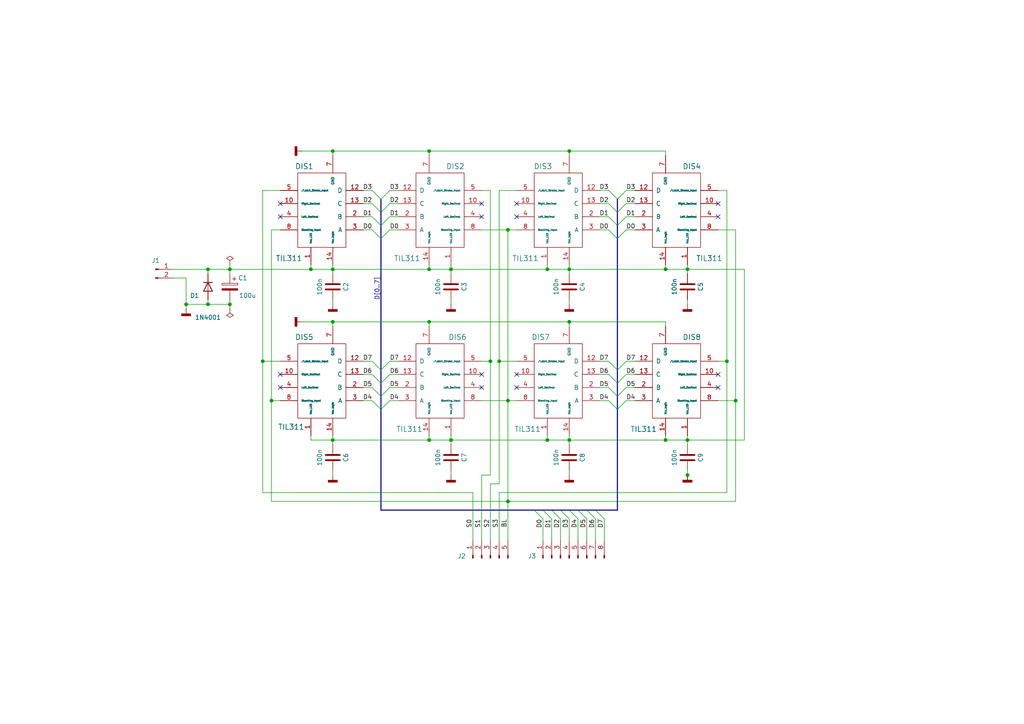
<source format=kicad_sch>
(kicad_sch (version 20211123) (generator eeschema)
  (paper "A4")
  (title_block (title "PMAN/DP - display module") (date "2025-08-28") (rev "1.0") (company "Pozsár Zsolt") (comment 1 "Zacchaeus Microcomputer"))
  (lib_symbols
    (symbol "Connector:Conn_01x02_Male" (pin_names (offset 1.016) hide)
      (property "Reference" "J" (at 0 2.54 0))
      (property "Value" "Conn_01x02_Male" (at 0 -5.08 0))
      (symbol "Conn_01x02_Male_1_1"
        (polyline (pts (xy 1.27 -2.54) (xy 0.8636 -2.54)) (stroke (width 0.1524)))
        (polyline (pts (xy 1.27 0) (xy 0.8636 0)) (stroke (width 0.1524)))
        (rectangle (start 0.8636 -2.413) (end 0 -2.667) (stroke (width 0.1524)) (fill (type outline)))
        (rectangle (start 0.8636 0.127) (end 0 -0.127) (stroke (width 0.1524)) (fill (type outline)))
        (pin passive line (at 5.08 0 180) (length 3.81) (name "Pin_1") (number "1"))
        (pin passive line (at 5.08 -2.54 180) (length 3.81) (name "Pin_2") (number "2"))
      )
    )
    (symbol "Connector:Conn_01x05_Male" (pin_names (offset 1.016) hide)
      (property "Reference" "J" (at 0 7.62 0))
      (property "Value" "Conn_01x05_Male" (at 0 -7.62 0))
      (symbol "Conn_01x05_Male_1_1"
        (polyline (pts (xy 1.27 -5.08) (xy 0.8636 -5.08)) (stroke (width 0.1524)))
        (polyline (pts (xy 1.27 -2.54) (xy 0.8636 -2.54)) (stroke (width 0.1524)))
        (polyline (pts (xy 1.27 0) (xy 0.8636 0)) (stroke (width 0.1524)))
        (polyline (pts (xy 1.27 2.54) (xy 0.8636 2.54)) (stroke (width 0.1524)))
        (polyline (pts (xy 1.27 5.08) (xy 0.8636 5.08)) (stroke (width 0.1524)))
        (rectangle (start 0.8636 -4.953) (end 0 -5.207) (stroke (width 0.1524)) (fill (type outline)))
        (rectangle (start 0.8636 -2.413) (end 0 -2.667) (stroke (width 0.1524)) (fill (type outline)))
        (rectangle (start 0.8636 0.127) (end 0 -0.127) (stroke (width 0.1524)) (fill (type outline)))
        (rectangle (start 0.8636 2.667) (end 0 2.413) (stroke (width 0.1524)) (fill (type outline)))
        (rectangle (start 0.8636 5.207) (end 0 4.953) (stroke (width 0.1524)) (fill (type outline)))
        (pin passive line (at 5.08 5.08 180) (length 3.81) (name "Pin_1") (number "1"))
        (pin passive line (at 5.08 2.54 180) (length 3.81) (name "Pin_2") (number "2"))
        (pin passive line (at 5.08 0 180) (length 3.81) (name "Pin_3") (number "3"))
        (pin passive line (at 5.08 -2.54 180) (length 3.81) (name "Pin_4") (number "4"))
        (pin passive line (at 5.08 -5.08 180) (length 3.81) (name "Pin_5") (number "5"))
      )
    )
    (symbol "Connector:Conn_01x08_Male" (pin_names (offset 1.016) hide)
      (property "Reference" "J" (at 0 10.16 0))
      (property "Value" "Conn_01x08_Male" (at 0 -12.7 0))
      (symbol "Conn_01x08_Male_1_1"
        (polyline (pts (xy 1.27 -10.16) (xy 0.8636 -10.16)) (stroke (width 0.1524)))
        (polyline (pts (xy 1.27 -7.62) (xy 0.8636 -7.62)) (stroke (width 0.1524)))
        (polyline (pts (xy 1.27 -5.08) (xy 0.8636 -5.08)) (stroke (width 0.1524)))
        (polyline (pts (xy 1.27 -2.54) (xy 0.8636 -2.54)) (stroke (width 0.1524)))
        (polyline (pts (xy 1.27 0) (xy 0.8636 0)) (stroke (width 0.1524)))
        (polyline (pts (xy 1.27 2.54) (xy 0.8636 2.54)) (stroke (width 0.1524)))
        (polyline (pts (xy 1.27 5.08) (xy 0.8636 5.08)) (stroke (width 0.1524)))
        (polyline (pts (xy 1.27 7.62) (xy 0.8636 7.62)) (stroke (width 0.1524)))
        (rectangle (start 0.8636 -10.033) (end 0 -10.287) (stroke (width 0.1524)) (fill (type outline)))
        (rectangle (start 0.8636 -7.493) (end 0 -7.747) (stroke (width 0.1524)) (fill (type outline)))
        (rectangle (start 0.8636 -4.953) (end 0 -5.207) (stroke (width 0.1524)) (fill (type outline)))
        (rectangle (start 0.8636 -2.413) (end 0 -2.667) (stroke (width 0.1524)) (fill (type outline)))
        (rectangle (start 0.8636 0.127) (end 0 -0.127) (stroke (width 0.1524)) (fill (type outline)))
        (rectangle (start 0.8636 2.667) (end 0 2.413) (stroke (width 0.1524)) (fill (type outline)))
        (rectangle (start 0.8636 5.207) (end 0 4.953) (stroke (width 0.1524)) (fill (type outline)))
        (rectangle (start 0.8636 7.747) (end 0 7.493) (stroke (width 0.1524)) (fill (type outline)))
        (pin passive line (at 5.08 7.62 180) (length 3.81) (name "Pin_1") (number "1"))
        (pin passive line (at 5.08 5.08 180) (length 3.81) (name "Pin_2") (number "2"))
        (pin passive line (at 5.08 2.54 180) (length 3.81) (name "Pin_3") (number "3"))
        (pin passive line (at 5.08 0 180) (length 3.81) (name "Pin_4") (number "4"))
        (pin passive line (at 5.08 -2.54 180) (length 3.81) (name "Pin_5") (number "5"))
        (pin passive line (at 5.08 -5.08 180) (length 3.81) (name "Pin_6") (number "6"))
        (pin passive line (at 5.08 -7.62 180) (length 3.81) (name "Pin_7") (number "7"))
        (pin passive line (at 5.08 -10.16 180) (length 3.81) (name "Pin_8") (number "8"))
      )
    )
    (symbol "Device:C" (pin_numbers hide) (pin_names (offset 0.254))
      (property "Reference" "C" (at 0.635 2.54 0))
      (property "Value" "C" (at 0.635 -2.54 0))
      (symbol "C_0_1"
        (polyline (pts (xy -2.032 -0.762) (xy 2.032 -0.762)) (stroke (width 0.508)))
        (polyline (pts (xy -2.032 0.762) (xy 2.032 0.762)) (stroke (width 0.508)))
      )
      (symbol "C_1_1"
        (pin passive line (at 0 3.81 270) (length 2.794) (name "~") (number "1"))
        (pin passive line (at 0 -3.81 90) (length 2.794) (name "~") (number "2"))
      )
    )
    (symbol "Device:C_Polarized" (pin_numbers hide) (pin_names (offset 0.254))
      (property "Reference" "C" (at 0.635 2.54 0))
      (property "Value" "C_Polarized" (at 0.635 -2.54 0))
      (symbol "C_Polarized_0_1"
        (rectangle (start -2.286 0.508) (end 2.286 1.016))
        (polyline (pts (xy -1.778 2.286) (xy -0.762 2.286)))
        (polyline (pts (xy -1.27 2.794) (xy -1.27 1.778)))
        (rectangle (start 2.286 -0.508) (end -2.286 -1.016) (fill (type outline)))
      )
      (symbol "C_Polarized_1_1"
        (pin passive line (at 0 3.81 270) (length 2.794) (name "~") (number "1"))
        (pin passive line (at 0 -3.81 90) (length 2.794) (name "~") (number "2"))
      )
    )
    (symbol "Device:D" (pin_numbers hide) (pin_names (offset 1.016) hide)
      (property "Reference" "D" (at 0 2.54 0))
      (property "Value" "D" (at 0 -2.54 0))
      (symbol "D_0_1"
        (polyline (pts (xy -1.27 1.27) (xy -1.27 -1.27)) (stroke (width 0.254)))
        (polyline (pts (xy 1.27 0) (xy -1.27 0)))
        (polyline (pts (xy 1.27 1.27) (xy 1.27 -1.27) (xy -1.27 0) (xy 1.27 1.27)) (stroke (width 0.254)))
      )
      (symbol "D_1_1"
        (pin passive line (at -3.81 0 0) (length 2.54) (name "K") (number "1"))
        (pin passive line (at 3.81 0 180) (length 2.54) (name "A") (number "2"))
      )
    )
    (symbol "led-displays-obsolete:TIL311" (pin_names (offset 1.016))
      (property "Reference" "DIS" (at -16.51 -17.78 0))
      (property "Value" "TIL311" (at 0 0 90))
      (symbol "TIL311_0_1"
        (rectangle (start 7.62 -11.43) (end -6.35 10.16))
      )
      (symbol "TIL311_1_1"
        (pin power_in line (at 3.81 15.24 270) (length 5.08) (name "Vcc_LED") (number "1"))
        (pin input line (at 12.7 -2.54 180) (length 5.08) (name "Right_Decimal") (number "10"))
        (pin input line (at -11.43 -6.35 0) (length 5.08) (name "D") (number "12"))
        (pin input line (at -11.43 -2.54 0) (length 5.08) (name "C") (number "13"))
        (pin power_in line (at -2.54 15.24 270) (length 5.08) (name "Vcc_logic") (number "14"))
        (pin input line (at -11.43 1.27 0) (length 5.08) (name "B") (number "2"))
        (pin input line (at -11.43 5.08 0) (length 5.08) (name "A") (number "3"))
        (pin input line (at 12.7 1.27 180) (length 5.08) (name "Left_Decimal") (number "4"))
        (pin input line (at 12.7 -6.35 180) (length 5.08) (name "/Latch_Strobe_Input") (number "5"))
        (pin power_in line (at -2.54 -16.51 90) (length 5.08) (name "GND") (number "7"))
        (pin input line (at 12.7 5.08 180) (length 5.08) (name "Blanking_Input") (number "8"))
      )
    )
    (symbol "power:GNDD" (power) (pin_names (offset 0))
      (property "Value" "GNDD" (at 0 -3.175 0))
      (symbol "GNDD_0_1"
        (rectangle (start -1.27 -1.524) (end 1.27 -2.032) (stroke (width 0.254)) (fill (type outline)))
        (polyline (pts (xy 0 0) (xy 0 -1.524)))
      )
      (symbol "GNDD_1_1"
        (pin power_in line (at 0 0 270) (length 0) hide (name "GNDD") (number "1"))
      )
    )
    (symbol "power:PWR_FLAG" (power) (pin_numbers hide) (pin_names (offset 0) hide)
      (property "Value" "PWR_FLAG" (at 0 3.81 0))
      (symbol "PWR_FLAG_0_0"
        (pin power_out line (at 0 0 90) (length 0) (name "pwr") (number "1"))
      )
      (symbol "PWR_FLAG_0_1"
        (polyline (pts (xy 0 0) (xy 0 1.27) (xy -1.016 1.905) (xy 0 2.54) (xy 1.016 1.905) (xy 0 1.27)))
      )
    )
  )
  (junction (at 96.52 78.105))
  (junction (at 124.46 78.105))
  (junction (at 144.78 104.775))
  (junction (at 130.81 127.635))
  (junction (at 78.74 116.205))
  (junction (at 158.75 78.105))
  (junction (at 165.1 93.345))
  (junction (at 147.32 145.415))
  (junction (at 96.52 127.635))
  (junction (at 66.675 78.105))
  (junction (at 66.675 88.265))
  (junction (at 158.75 127.635))
  (junction (at 60.325 78.105))
  (junction (at 147.32 66.675))
  (junction (at 199.39 137.795))
  (junction (at 193.04 78.105))
  (junction (at 76.2 104.775))
  (junction (at 193.04 127.635))
  (junction (at 124.46 93.345))
  (junction (at 96.52 93.345))
  (junction (at 199.39 78.105))
  (junction (at 124.46 127.635))
  (junction (at 90.17 78.105))
  (junction (at 199.39 127.635))
  (junction (at 210.82 104.775))
  (junction (at 165.1 127.635))
  (junction (at 165.1 43.815))
  (junction (at 165.1 78.105))
  (junction (at 60.325 88.265))
  (junction (at 130.81 78.105))
  (junction (at 213.36 116.205))
  (junction (at 147.32 116.205))
  (junction (at 53.975 88.265))
  (junction (at 124.46 43.815))
  (junction (at 142.24 104.775))
  (junction (at 96.52 43.815))
  (no_connect (at 208.28 112.395))
  (no_connect (at 208.28 59.055))
  (no_connect (at 139.7 108.585))
  (no_connect (at 149.86 62.865))
  (no_connect (at 208.28 62.865))
  (no_connect (at 208.28 108.585))
  (no_connect (at 81.28 108.585))
  (no_connect (at 139.7 59.055))
  (no_connect (at 81.28 62.865))
  (no_connect (at 81.28 59.055))
  (no_connect (at 139.7 112.395))
  (no_connect (at 149.86 108.585))
  (no_connect (at 81.28 112.395))
  (no_connect (at 149.86 112.395))
  (no_connect (at 149.86 59.055))
  (no_connect (at 139.7 62.865))
  (bus_entry (at 165.1 150.495) (size -2.54 -2.54))
  (bus_entry (at 113.03 59.055) (size -2.54 2.54))
  (bus_entry (at 181.61 112.395) (size -2.54 2.54))
  (bus_entry (at 181.61 59.055) (size -2.54 2.54))
  (bus_entry (at 167.64 150.495) (size -2.54 -2.54))
  (bus_entry (at 113.03 66.675) (size -2.54 2.54))
  (bus_entry (at 181.61 66.675) (size -2.54 2.54))
  (bus_entry (at 113.03 112.395) (size -2.54 2.54))
  (bus_entry (at 110.49 114.935) (size -2.54 -2.54))
  (bus_entry (at 113.03 55.245) (size -2.54 2.54))
  (bus_entry (at 181.61 116.205) (size -2.54 2.54))
  (bus_entry (at 179.07 69.215) (size -2.54 -2.54))
  (bus_entry (at 110.49 65.405) (size -2.54 -2.54))
  (bus_entry (at 179.07 114.935) (size -2.54 -2.54))
  (bus_entry (at 162.56 150.495) (size -2.54 -2.54))
  (bus_entry (at 179.07 57.785) (size -2.54 -2.54))
  (bus_entry (at 179.07 118.745) (size -2.54 -2.54))
  (bus_entry (at 110.49 107.315) (size -2.54 -2.54))
  (bus_entry (at 110.49 118.745) (size -2.54 -2.54))
  (bus_entry (at 179.07 107.315) (size -2.54 -2.54))
  (bus_entry (at 157.48 150.495) (size -2.54 -2.54))
  (bus_entry (at 110.49 61.595) (size -2.54 -2.54))
  (bus_entry (at 172.72 150.495) (size -2.54 -2.54))
  (bus_entry (at 110.49 57.785) (size -2.54 -2.54))
  (bus_entry (at 160.02 150.495) (size -2.54 -2.54))
  (bus_entry (at 113.03 62.865) (size -2.54 2.54))
  (bus_entry (at 179.07 65.405) (size -2.54 -2.54))
  (bus_entry (at 113.03 116.205) (size -2.54 2.54))
  (bus_entry (at 175.26 150.495) (size -2.54 -2.54))
  (bus_entry (at 181.61 55.245) (size -2.54 2.54))
  (bus_entry (at 113.03 104.775) (size -2.54 2.54))
  (bus_entry (at 110.49 69.215) (size -2.54 -2.54))
  (bus_entry (at 181.61 62.865) (size -2.54 2.54))
  (bus_entry (at 179.07 111.125) (size -2.54 -2.54))
  (bus_entry (at 181.61 104.775) (size -2.54 2.54))
  (bus_entry (at 113.03 108.585) (size -2.54 2.54))
  (bus_entry (at 179.07 61.595) (size -2.54 -2.54))
  (bus_entry (at 170.18 150.495) (size -2.54 -2.54))
  (bus_entry (at 181.61 108.585) (size -2.54 2.54))
  (bus_entry (at 110.49 111.125) (size -2.54 -2.54))
  (wire (pts (xy 176.53 112.395) (xy 173.99 112.395)))
  (wire (pts (xy 193.04 78.105) (xy 199.39 78.105)))
  (wire (pts (xy 90.17 78.105) (xy 66.675 78.105)))
  (wire (pts (xy 165.1 137.795) (xy 165.1 136.525)))
  (wire (pts (xy 142.24 156.845) (xy 142.24 140.335)))
  (wire (pts (xy 124.46 93.345) (xy 96.52 93.345)))
  (wire (pts (xy 78.74 116.205) (xy 78.74 145.415)))
  (wire (pts (xy 199.39 78.105) (xy 199.39 76.835)))
  (wire (pts (xy 184.15 59.055) (xy 181.61 59.055)))
  (bus (pts (xy 160.02 147.955) (xy 162.56 147.955)))
  (wire (pts (xy 60.325 78.105) (xy 60.325 79.375)))
  (wire (pts (xy 144.78 104.775) (xy 144.78 55.245)))
  (wire (pts (xy 96.52 78.105) (xy 96.52 76.835)))
  (wire (pts (xy 176.53 55.245) (xy 173.99 55.245)))
  (wire (pts (xy 53.975 80.645) (xy 50.165 80.645)))
  (wire (pts (xy 124.46 78.105) (xy 124.46 76.835)))
  (wire (pts (xy 96.52 128.905) (xy 96.52 127.635)))
  (bus (pts (xy 154.94 147.955) (xy 157.48 147.955)))
  (bus (pts (xy 170.18 147.955) (xy 172.72 147.955)))
  (wire (pts (xy 147.32 156.845) (xy 147.32 145.415)))
  (wire (pts (xy 107.95 104.775) (xy 105.41 104.775)))
  (bus (pts (xy 110.49 147.955) (xy 154.94 147.955)))
  (wire (pts (xy 184.15 62.865) (xy 181.61 62.865)))
  (wire (pts (xy 184.15 66.675) (xy 181.61 66.675)))
  (wire (pts (xy 130.81 137.795) (xy 130.81 136.525)))
  (wire (pts (xy 147.32 116.205) (xy 139.7 116.205)))
  (wire (pts (xy 115.57 62.865) (xy 113.03 62.865)))
  (wire (pts (xy 130.81 127.635) (xy 158.75 127.635)))
  (wire (pts (xy 130.81 88.265) (xy 130.81 86.995)))
  (wire (pts (xy 96.52 127.635) (xy 96.52 126.365)))
  (wire (pts (xy 210.82 104.775) (xy 210.82 142.875)))
  (bus (pts (xy 165.1 147.955) (xy 167.64 147.955)))
  (wire (pts (xy 210.82 142.875) (xy 144.78 142.875)))
  (bus (pts (xy 110.49 65.405) (xy 110.49 61.595)))
  (wire (pts (xy 78.74 145.415) (xy 147.32 145.415)))
  (wire (pts (xy 115.57 116.205) (xy 113.03 116.205)))
  (wire (pts (xy 165.1 78.105) (xy 165.1 76.835)))
  (wire (pts (xy 130.81 127.635) (xy 130.81 126.365)))
  (wire (pts (xy 107.95 112.395) (xy 105.41 112.395)))
  (wire (pts (xy 130.81 128.905) (xy 130.81 127.635)))
  (wire (pts (xy 142.24 137.795) (xy 139.7 137.795)))
  (wire (pts (xy 213.36 116.205) (xy 213.36 66.675)))
  (bus (pts (xy 172.72 147.955) (xy 179.07 147.955)))
  (wire (pts (xy 193.04 45.085) (xy 193.04 43.815)))
  (wire (pts (xy 165.1 79.375) (xy 165.1 78.105)))
  (bus (pts (xy 179.07 118.745) (xy 179.07 114.935)))
  (wire (pts (xy 66.675 78.105) (xy 66.675 79.375)))
  (wire (pts (xy 213.36 145.415) (xy 213.36 116.205)))
  (wire (pts (xy 144.78 142.875) (xy 144.78 156.845)))
  (wire (pts (xy 115.57 59.055) (xy 113.03 59.055)))
  (wire (pts (xy 176.53 62.865) (xy 173.99 62.865)))
  (wire (pts (xy 184.15 116.205) (xy 181.61 116.205)))
  (wire (pts (xy 167.64 156.845) (xy 167.64 150.495)))
  (wire (pts (xy 96.52 137.795) (xy 96.52 136.525)))
  (wire (pts (xy 142.24 55.245) (xy 142.24 104.775)))
  (bus (pts (xy 110.49 118.745) (xy 110.49 114.935)))
  (wire (pts (xy 124.46 127.635) (xy 130.81 127.635)))
  (wire (pts (xy 175.26 156.845) (xy 175.26 150.495)))
  (wire (pts (xy 147.32 66.675) (xy 139.7 66.675)))
  (bus (pts (xy 179.07 114.935) (xy 179.07 111.125)))
  (bus (pts (xy 110.49 61.595) (xy 110.49 57.785)))
  (wire (pts (xy 53.975 88.265) (xy 53.975 89.535)))
  (wire (pts (xy 107.95 116.205) (xy 105.41 116.205)))
  (wire (pts (xy 170.18 156.845) (xy 170.18 150.495)))
  (wire (pts (xy 215.9 127.635) (xy 199.39 127.635)))
  (wire (pts (xy 50.165 78.105) (xy 60.325 78.105)))
  (bus (pts (xy 179.07 107.315) (xy 179.07 69.215)))
  (wire (pts (xy 107.95 59.055) (xy 105.41 59.055)))
  (wire (pts (xy 115.57 104.775) (xy 113.03 104.775)))
  (wire (pts (xy 172.72 156.845) (xy 172.72 150.495)))
  (wire (pts (xy 66.675 76.835) (xy 66.675 78.105)))
  (wire (pts (xy 81.28 66.675) (xy 78.74 66.675)))
  (wire (pts (xy 144.78 55.245) (xy 149.86 55.245)))
  (bus (pts (xy 157.48 147.955) (xy 160.02 147.955)))
  (wire (pts (xy 107.95 108.585) (xy 105.41 108.585)))
  (wire (pts (xy 90.17 78.105) (xy 96.52 78.105)))
  (wire (pts (xy 165.1 43.815) (xy 124.46 43.815)))
  (wire (pts (xy 96.52 78.105) (xy 124.46 78.105)))
  (wire (pts (xy 165.1 94.615) (xy 165.1 93.345)))
  (wire (pts (xy 199.39 78.105) (xy 215.9 78.105)))
  (wire (pts (xy 124.46 45.085) (xy 124.46 43.815)))
  (wire (pts (xy 199.39 79.375) (xy 199.39 78.105)))
  (wire (pts (xy 193.04 126.365) (xy 193.04 127.635)))
  (wire (pts (xy 158.75 127.635) (xy 158.75 126.365)))
  (wire (pts (xy 176.53 66.675) (xy 173.99 66.675)))
  (wire (pts (xy 90.17 76.835) (xy 90.17 78.105)))
  (wire (pts (xy 210.82 104.775) (xy 208.28 104.775)))
  (wire (pts (xy 160.02 156.845) (xy 160.02 150.495)))
  (wire (pts (xy 184.15 55.245) (xy 181.61 55.245)))
  (wire (pts (xy 76.2 142.875) (xy 76.2 104.775)))
  (wire (pts (xy 81.28 104.775) (xy 76.2 104.775)))
  (bus (pts (xy 110.49 114.935) (xy 110.49 111.125)))
  (wire (pts (xy 66.675 88.265) (xy 60.325 88.265)))
  (wire (pts (xy 60.325 88.265) (xy 53.975 88.265)))
  (wire (pts (xy 115.57 66.675) (xy 113.03 66.675)))
  (wire (pts (xy 142.24 104.775) (xy 139.7 104.775)))
  (wire (pts (xy 76.2 104.775) (xy 76.2 55.245)))
  (wire (pts (xy 139.7 137.795) (xy 139.7 156.845)))
  (bus (pts (xy 179.07 65.405) (xy 179.07 61.595)))
  (wire (pts (xy 149.86 66.675) (xy 147.32 66.675)))
  (wire (pts (xy 215.9 78.105) (xy 215.9 127.635)))
  (wire (pts (xy 124.46 43.815) (xy 96.52 43.815)))
  (wire (pts (xy 124.46 127.635) (xy 124.46 126.365)))
  (wire (pts (xy 107.95 62.865) (xy 105.41 62.865)))
  (wire (pts (xy 184.15 104.775) (xy 181.61 104.775)))
  (wire (pts (xy 96.52 93.345) (xy 96.52 94.615)))
  (wire (pts (xy 87.63 93.345) (xy 96.52 93.345)))
  (wire (pts (xy 96.52 127.635) (xy 124.46 127.635)))
  (wire (pts (xy 158.75 78.105) (xy 158.75 76.835)))
  (wire (pts (xy 124.46 94.615) (xy 124.46 93.345)))
  (wire (pts (xy 199.39 88.265) (xy 199.39 86.995)))
  (wire (pts (xy 147.32 116.205) (xy 147.32 145.415)))
  (wire (pts (xy 213.36 116.205) (xy 208.28 116.205)))
  (wire (pts (xy 184.15 108.585) (xy 181.61 108.585)))
  (wire (pts (xy 90.17 127.635) (xy 96.52 127.635)))
  (wire (pts (xy 165.1 45.085) (xy 165.1 43.815)))
  (wire (pts (xy 107.95 55.245) (xy 105.41 55.245)))
  (wire (pts (xy 87.63 43.815) (xy 96.52 43.815)))
  (bus (pts (xy 179.07 61.595) (xy 179.07 57.785)))
  (wire (pts (xy 124.46 78.105) (xy 130.81 78.105)))
  (wire (pts (xy 176.53 59.055) (xy 173.99 59.055)))
  (wire (pts (xy 139.7 55.245) (xy 142.24 55.245)))
  (wire (pts (xy 158.75 127.635) (xy 165.1 127.635)))
  (wire (pts (xy 96.52 79.375) (xy 96.52 78.105)))
  (wire (pts (xy 60.325 78.105) (xy 66.675 78.105)))
  (wire (pts (xy 199.39 127.635) (xy 199.39 126.365)))
  (wire (pts (xy 199.39 128.905) (xy 199.39 127.635)))
  (wire (pts (xy 147.32 116.205) (xy 147.32 66.675)))
  (wire (pts (xy 165.1 88.265) (xy 165.1 86.995)))
  (wire (pts (xy 176.53 116.205) (xy 173.99 116.205)))
  (wire (pts (xy 96.52 43.815) (xy 96.52 45.085)))
  (wire (pts (xy 193.04 94.615) (xy 193.04 93.345)))
  (wire (pts (xy 149.86 116.205) (xy 147.32 116.205)))
  (wire (pts (xy 208.28 55.245) (xy 210.82 55.245)))
  (wire (pts (xy 90.17 126.365) (xy 90.17 127.635)))
  (wire (pts (xy 199.39 127.635) (xy 193.04 127.635)))
  (bus (pts (xy 110.49 111.125) (xy 110.49 107.315)))
  (wire (pts (xy 193.04 78.105) (xy 193.04 76.835)))
  (wire (pts (xy 142.24 104.775) (xy 142.24 137.795)))
  (wire (pts (xy 162.56 150.495) (xy 162.56 156.845)))
  (wire (pts (xy 165.1 93.345) (xy 124.46 93.345)))
  (wire (pts (xy 176.53 108.585) (xy 173.99 108.585)))
  (wire (pts (xy 130.81 79.375) (xy 130.81 78.105)))
  (wire (pts (xy 53.975 88.265) (xy 53.975 80.645)))
  (wire (pts (xy 137.16 156.845) (xy 137.16 142.875)))
  (wire (pts (xy 115.57 112.395) (xy 113.03 112.395)))
  (wire (pts (xy 96.52 88.265) (xy 96.52 86.995)))
  (bus (pts (xy 179.07 69.215) (xy 179.07 65.405)))
  (wire (pts (xy 115.57 55.245) (xy 113.03 55.245)))
  (wire (pts (xy 76.2 55.245) (xy 81.28 55.245)))
  (wire (pts (xy 158.75 78.105) (xy 165.1 78.105)))
  (wire (pts (xy 213.36 66.675) (xy 208.28 66.675)))
  (wire (pts (xy 165.1 126.365) (xy 165.1 127.635)))
  (bus (pts (xy 179.07 111.125) (xy 179.07 107.315)))
  (wire (pts (xy 144.78 140.335) (xy 144.78 104.775)))
  (bus (pts (xy 110.49 107.315) (xy 110.49 69.215)))
  (wire (pts (xy 115.57 108.585) (xy 113.03 108.585)))
  (wire (pts (xy 193.04 93.345) (xy 165.1 93.345)))
  (wire (pts (xy 130.81 78.105) (xy 130.81 76.835)))
  (wire (pts (xy 176.53 104.775) (xy 173.99 104.775)))
  (wire (pts (xy 66.675 88.265) (xy 66.675 89.535)))
  (wire (pts (xy 193.04 43.815) (xy 165.1 43.815)))
  (wire (pts (xy 193.04 127.635) (xy 165.1 127.635)))
  (bus (pts (xy 167.64 147.955) (xy 170.18 147.955)))
  (wire (pts (xy 165.1 128.905) (xy 165.1 127.635)))
  (wire (pts (xy 199.39 137.795) (xy 199.39 136.525)))
  (wire (pts (xy 78.74 116.205) (xy 78.74 66.675)))
  (bus (pts (xy 162.56 147.955) (xy 165.1 147.955)))
  (wire (pts (xy 60.325 86.995) (xy 60.325 88.265)))
  (wire (pts (xy 157.48 150.495) (xy 157.48 156.845)))
  (wire (pts (xy 66.675 86.995) (xy 66.675 88.265)))
  (wire (pts (xy 184.15 112.395) (xy 181.61 112.395)))
  (wire (pts (xy 107.95 66.675) (xy 105.41 66.675)))
  (wire (pts (xy 149.86 104.775) (xy 144.78 104.775)))
  (wire (pts (xy 81.28 116.205) (xy 78.74 116.205)))
  (wire (pts (xy 130.81 78.105) (xy 158.75 78.105)))
  (wire (pts (xy 137.16 142.875) (xy 76.2 142.875)))
  (bus (pts (xy 110.49 147.955) (xy 110.49 118.745)))
  (wire (pts (xy 213.36 145.415) (xy 147.32 145.415)))
  (bus (pts (xy 110.49 69.215) (xy 110.49 65.405)))
  (wire (pts (xy 210.82 55.245) (xy 210.82 104.775)))
  (wire (pts (xy 165.1 78.105) (xy 193.04 78.105)))
  (wire (pts (xy 142.24 140.335) (xy 144.78 140.335)))
  (wire (pts (xy 165.1 156.845) (xy 165.1 150.495)))
  (bus (pts (xy 179.07 147.955) (xy 179.07 118.745)))
  (label "D7" (at 107.95 104.775 180))
  (label "D7" (at 175.26 150.495 270))
  (label "D5" (at 181.61 112.395 0))
  (label "S1" (at 139.7 150.495 270))
  (label "D1" (at 107.95 62.865 180))
  (label "D2" (at 176.53 59.055 180))
  (label "S2" (at 142.24 150.495 270))
  (label "D0" (at 176.53 66.675 180))
  (label "D4" (at 181.61 116.205 0))
  (label "D5" (at 176.53 112.395 180))
  (label "D1" (at 176.53 62.865 180))
  (label "D3" (at 181.61 55.245 0))
  (label "D6" (at 172.72 150.495 270))
  (label "D6" (at 107.95 108.585 180))
  (label "S3" (at 144.78 150.495 270))
  (label "D0" (at 157.48 150.495 270))
  (label "D2" (at 181.61 59.055 0))
  (label "D3" (at 165.1 150.495 270))
  (label "D5" (at 113.03 112.395 0))
  (label "D6" (at 176.53 108.585 180))
  (label "D3" (at 176.53 55.245 180))
  (label "D1" (at 181.61 62.865 0))
  (label "D7" (at 176.53 104.775 180))
  (label "D4" (at 167.64 150.495 270))
  (label "D2" (at 162.56 150.495 270))
  (label "D0" (at 181.61 66.675 0))
  (label "D3" (at 113.03 55.245 0))
  (label "D2" (at 107.95 59.055 180))
  (label "D7" (at 113.03 104.775 0))
  (label "D3" (at 107.95 55.245 180))
  (label "D1" (at 160.02 150.495 270))
  (label "D1" (at 113.03 62.865 0))
  (label "D6" (at 181.61 108.585 0))
  (label "D7" (at 181.61 104.775 0))
  (label "D4" (at 176.53 116.205 180))
  (label "S0" (at 137.16 150.495 270))
  (label "D4" (at 107.95 116.205 180))
  (label "D0" (at 113.03 66.675 0))
  (label "D2" (at 113.03 59.055 0))
  (label "D6" (at 113.03 108.585 0))
  (label "D0" (at 107.95 66.675 180))
  (label "D5" (at 170.18 150.495 270))
  (label "D[0..7]" (at 110.49 86.995 90))
  (label "D4" (at 113.03 116.205 0))
  (label "D5" (at 107.95 112.395 180))
  (label "BL" (at 147.32 150.495 270))
  (symbol (lib_id "Device:C") (at 165.1 83.185 0) (mirror x) (unit 1)
    (property "Reference" "C4" (at 168.91 83.185 90))
    (property "Value" "100n" (at 161.29 83.185 90))
    (property "Footprint" "Capacitor_THT:C_Disc_D5.0mm_W2.5mm_P5.00mm" (effects hide))
  )
  (symbol (lib_id "power:GNDD") (at 87.63 43.815 270) (mirror x) (unit 1)
    (property "Reference" "#PWR01" (effects hide))
    (property "Value" "GNDD" (effects hide))
  )
  (symbol (lib_id "power:GNDD") (at 53.975 89.535 0) (mirror y) (unit 1)
    (property "Reference" "#PWR06" (effects hide))
    (property "Value" "GNDD" (effects hide))
  )
  (symbol (lib_id "power:GNDD") (at 96.52 137.795 0) (mirror y) (unit 1)
    (property "Reference" "#PWR08" (effects hide))
    (property "Value" "GNDD" (effects hide))
  )
  (symbol (lib_id "Connector:Conn_01x05_Male") (at 142.24 161.925 90) (unit 1)
    (property "Reference" "J2" (at 132.715 161.29 90) (effects (justify right)))
    (property "Value" "Conn_01x05_Male" (effects hide))
    (property "Footprint" "Connector_PinHeader_2.54mm:PinHeader_1x05_P2.54mm_Vertical" (effects hide))
  )
  (symbol (lib_id "power:PWR_FLAG") (at 66.675 89.535 0) (mirror x) (unit 1) (in_bom no) (on_board no)
    (property "Reference" "#FLG02" (effects hide))
    (property "Value" "PWR_FLAG" (effects hide))
  )
  (symbol (lib_id "led-displays-obsolete:TIL311") (at 93.98 61.595 180) (unit 1)
    (property "Reference" "DIS1" (at 88.265 48.26 0) (effects (font (size 1.524 1.524))))
    (property "Value" "TIL311" (at 83.82 74.93 0) (effects (font (size 1.524 1.524))))
    (property "Footprint" "Package_DIP:DIP-14_W7.62mm_Socket_LongPads" (effects hide))
  )
  (symbol (lib_id "Connector:Conn_01x08_Male") (at 165.1 161.925 90) (unit 1)
    (property "Reference" "J3" (at 154.305 161.29 90))
    (property "Value" "Conn_01x08_Male" (effects hide))
    (property "Footprint" "Connector_PinHeader_2.54mm:PinHeader_1x08_P2.54mm_Vertical" (effects hide))
  )
  (symbol (lib_id "power:GNDD") (at 199.39 137.795 0) (mirror y) (unit 1)
    (property "Reference" "#PWR011" (effects hide))
    (property "Value" "GNDD" (effects hide))
  )
  (symbol (lib_id "power:GNDD") (at 199.39 137.795 0) (mirror y) (unit 1)
    (property "Reference" "#PWR012" (effects hide))
    (property "Value" "GNDD" (effects hide))
  )
  (symbol (lib_id "power:GNDD") (at 199.39 88.265 0) (mirror y) (unit 1)
    (property "Reference" "#PWR05" (effects hide))
    (property "Value" "GNDD" (effects hide))
  )
  (symbol (lib_id "Device:C") (at 165.1 132.715 0) (mirror x) (unit 1)
    (property "Reference" "C8" (at 168.91 132.715 90))
    (property "Value" "100n" (at 161.29 132.715 90))
    (property "Footprint" "Capacitor_THT:C_Disc_D5.0mm_W2.5mm_P5.00mm" (effects hide))
  )
  (symbol (lib_id "led-displays-obsolete:TIL311") (at 127 111.125 0) (mirror x) (unit 1)
    (property "Reference" "DIS6" (at 132.715 97.79 0) (effects (font (size 1.524 1.524))))
    (property "Value" "TIL311" (at 118.745 124.46 0) (effects (font (size 1.524 1.524))))
    (property "Footprint" "Package_DIP:DIP-14_W7.62mm_Socket_LongPads" (effects hide))
  )
  (symbol (lib_id "Connector:Conn_01x02_Male") (at 45.085 78.105 0) (unit 1)
    (property "Reference" "J1" (at 46.355 75.565 0) (effects (justify right)))
    (property "Value" "Conn_01x02_Male" (effects hide))
    (property "Footprint" "Connector_PinHeader_2.54mm:PinHeader_1x02_P2.54mm_Vertical" (effects hide))
  )
  (symbol (lib_id "led-displays-obsolete:TIL311") (at 162.56 111.125 180) (unit 1)
    (property "Reference" "DIS7" (at 156.845 97.79 0) (effects (font (size 1.524 1.524))))
    (property "Value" "TIL311" (at 153.035 124.46 0) (effects (font (size 1.524 1.524))))
    (property "Footprint" "Package_DIP:DIP-14_W7.62mm_Socket_LongPads" (effects hide))
  )
  (symbol (lib_id "power:GNDD") (at 87.63 93.345 270) (mirror x) (unit 1)
    (property "Reference" "#PWR07" (effects hide))
    (property "Value" "GNDD" (effects hide))
  )
  (symbol (lib_id "Device:C_Polarized") (at 66.675 83.185 0) (mirror y) (unit 1)
    (property "Reference" "C1" (at 71.755 80.645 0) (effects (justify left)))
    (property "Value" "100u" (at 74.295 85.725 0) (effects (justify left)))
    (property "Footprint" "Capacitor_THT:CP_Radial_D8.0mm_P3.80mm" (effects hide))
  )
  (symbol (lib_id "Device:C") (at 130.81 132.715 0) (mirror x) (unit 1)
    (property "Reference" "C7" (at 134.62 132.715 90))
    (property "Value" "100n" (at 127 132.715 90))
    (property "Footprint" "Capacitor_THT:C_Disc_D5.0mm_W2.5mm_P5.00mm" (effects hide))
  )
  (symbol (lib_id "Device:C") (at 96.52 132.715 0) (mirror x) (unit 1)
    (property "Reference" "C6" (at 100.33 132.715 90))
    (property "Value" "100n" (at 92.71 132.715 90))
    (property "Footprint" "Capacitor_THT:C_Disc_D5.0mm_W2.5mm_P5.00mm" (effects hide))
  )
  (symbol (lib_id "led-displays-obsolete:TIL311") (at 195.58 61.595 0) (mirror x) (unit 1)
    (property "Reference" "DIS4" (at 200.66 48.26 0) (effects (font (size 1.524 1.524))))
    (property "Value" "TIL311" (at 186.69 124.46 0) (effects (font (size 1.524 1.524))))
    (property "Footprint" "Package_DIP:DIP-14_W7.62mm_Socket_LongPads" (effects hide))
  )
  (symbol (lib_id "power:PWR_FLAG") (at 66.675 76.835 0) (mirror y) (unit 1) (in_bom no) (on_board no)
    (property "Reference" "#FLG01" (effects hide))
    (property "Value" "PWR_FLAG" (effects hide))
  )
  (symbol (lib_id "Device:C") (at 199.39 83.185 0) (mirror x) (unit 1)
    (property "Reference" "C5" (at 203.2 83.185 90))
    (property "Value" "100n" (at 195.58 83.185 90))
    (property "Footprint" "Capacitor_THT:C_Disc_D5.0mm_W2.5mm_P5.00mm" (effects hide))
  )
  (symbol (lib_id "Device:C") (at 130.81 83.185 0) (mirror x) (unit 1)
    (property "Reference" "C3" (at 134.62 83.185 90))
    (property "Value" "100n" (at 127 83.185 90))
    (property "Footprint" "Capacitor_THT:C_Disc_D5.0mm_W2.5mm_P5.00mm" (effects hide))
  )
  (symbol (lib_id "Device:C") (at 96.52 83.185 0) (mirror x) (unit 1)
    (property "Reference" "C2" (at 100.33 83.185 90))
    (property "Value" "100n" (at 92.71 83.185 90))
    (property "Footprint" "Capacitor_THT:C_Disc_D5.0mm_W2.5mm_P5.00mm" (effects hide))
  )
  (symbol (lib_id "power:GNDD") (at 130.81 88.265 0) (mirror y) (unit 1)
    (property "Reference" "#PWR03" (effects hide))
    (property "Value" "GNDD" (effects hide))
  )
  (symbol (lib_id "led-displays-obsolete:TIL311") (at 127 61.595 0) (mirror x) (unit 1)
    (property "Reference" "DIS2" (at 132.08 48.26 0) (effects (font (size 1.524 1.524))))
    (property "Value" "TIL311" (at 118.11 74.93 0) (effects (font (size 1.524 1.524))))
    (property "Footprint" "Package_DIP:DIP-14_W7.62mm_Socket_LongPads" (effects hide))
  )
  (symbol (lib_id "power:GNDD") (at 165.1 88.265 0) (mirror y) (unit 1)
    (property "Reference" "#PWR04" (effects hide))
    (property "Value" "GNDD" (effects hide))
  )
  (symbol (lib_id "led-displays-obsolete:TIL311") (at 195.58 111.125 0) (mirror x) (unit 1)
    (property "Reference" "DIS8" (at 200.66 97.79 0) (effects (font (size 1.524 1.524))))
    (property "Value" "TIL311" (at 205.74 74.93 0) (effects (font (size 1.524 1.524))))
    (property "Footprint" "Package_DIP:DIP-14_W7.62mm_Socket_LongPads" (effects hide))
  )
  (symbol (lib_id "power:GNDD") (at 96.52 88.265 0) (mirror y) (unit 1)
    (property "Reference" "#PWR02" (effects hide))
    (property "Value" "GNDD" (effects hide))
  )
  (symbol (lib_id "Device:C") (at 199.39 132.715 0) (mirror x) (unit 1)
    (property "Reference" "C9" (at 203.2 132.715 90))
    (property "Value" "100n" (at 195.58 132.715 90))
    (property "Footprint" "Capacitor_THT:C_Disc_D5.0mm_W2.5mm_P5.00mm" (effects hide))
  )
  (symbol (lib_id "power:GNDD") (at 165.1 137.795 0) (mirror y) (unit 1)
    (property "Reference" "#PWR010" (effects hide))
    (property "Value" "GNDD" (effects hide))
  )
  (symbol (lib_id "power:GNDD") (at 130.81 137.795 0) (mirror y) (unit 1)
    (property "Reference" "#PWR09" (effects hide))
    (property "Value" "GNDD" (effects hide))
  )
  (symbol (lib_id "led-displays-obsolete:TIL311") (at 162.56 61.595 180) (unit 1)
    (property "Reference" "DIS3" (at 157.48 48.26 0) (effects (font (size 1.524 1.524))))
    (property "Value" "TIL311" (at 152.4 74.93 0) (effects (font (size 1.524 1.524))))
    (property "Footprint" "Package_DIP:DIP-14_W7.62mm_Socket_LongPads" (effects hide))
  )
  (symbol (lib_id "Device:D") (at 60.325 83.185 90) (mirror x) (unit 1)
    (property "Reference" "D1" (at 57.785 85.725 90) (effects (justify left)))
    (property "Value" "1N4001" (at 64.135 92.075 90) (effects (justify left)))
    (property "Footprint" "Diode_THT:D_DO-41_SOD81_P3.81mm_Vertical_AnodeUp" (effects hide))
  )
  (symbol (lib_id "led-displays-obsolete:TIL311") (at 93.98 111.125 180) (unit 1)
    (property "Reference" "DIS5" (at 88.265 97.79 0) (effects (font (size 1.524 1.524))))
    (property "Value" "TIL311" (at 84.455 123.825 0) (effects (font (size 1.524 1.524))))
    (property "Footprint" "Package_DIP:DIP-14_W7.62mm_Socket_LongPads" (effects hide))
  )
)
</source>
